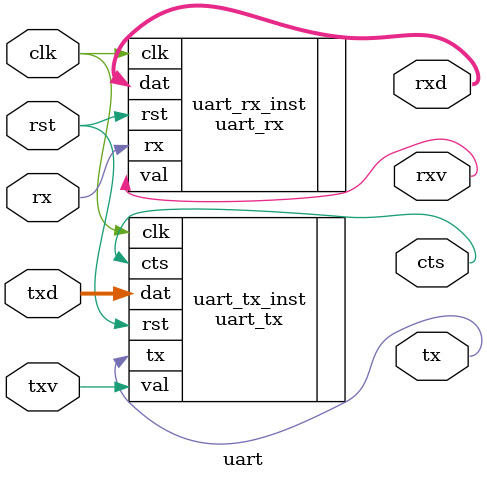
<source format=sv>
module uart #
(                            
  parameter int   DATA_BITS = 8,
  parameter int   STOP_BITS = 1,
  parameter [1:0] PARITY_MODE  = 0, // 0: None, 1: Even, 2: Odd
  parameter int   BAUD_RATE = 115200,
  parameter int   CLK_FREQ  = 125000000
)
(
    input  logic       clk,
    input  logic       rst,

	input  logic       rx,
	output logic       tx,

	input  logic [7:0] txd,
	input  logic       txv,
	output logic       cts,
	
	output logic [7:0] rxd,
	output logic       rxv
);
  
  uart_rx #(
    .DATA_BITS (DATA_BITS),
    .STOP_BITS (STOP_BITS),
    .PARITY_MODE    (PARITY_MODE   ),
    .BAUD_RATE (BAUD_RATE),
    .CLK_FREQ  (CLK_FREQ )
  ) uart_rx_inst (
    .clk (clk),
    .rst (rst),
    .rx  (rx ),
    .dat (rxd),
    .val (rxv)
  );
  
  uart_tx #(
    .DATA_BITS   (DATA_BITS),
    .STOP_BITS   (STOP_BITS),
    .PARITY_MODE (PARITY_MODE   ), // 0: None, 1: Even, 2: Odd
    .BAUD_RATE   (BAUD_RATE),
    .CLK_FREQ    (CLK_FREQ )
  ) uart_tx_inst (
    .clk  (clk),
    .rst  (rst),
    .tx   (tx ),
    .dat  (txd),
    .val  (txv),
    .cts  (cts) 
  );

endmodule

</source>
